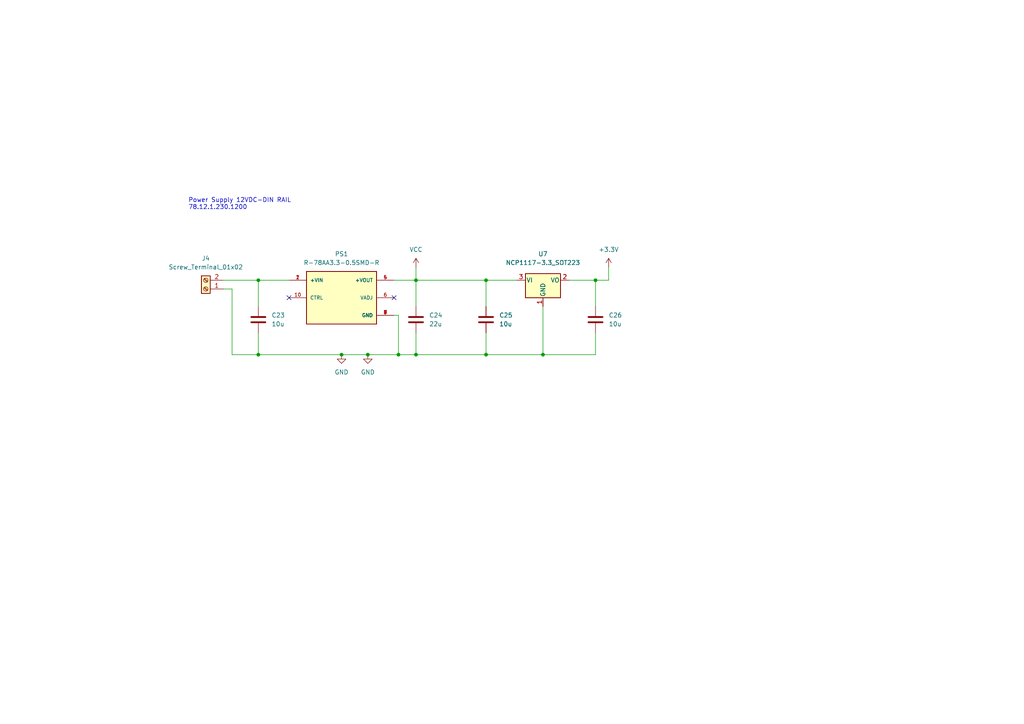
<source format=kicad_sch>
(kicad_sch (version 20211123) (generator eeschema)
  (paper "A4")
  (lib_symbols
    (symbol "Connector:Screw_Terminal_01x02" (pin_names (offset 1.016) hide)
      (property "Reference" "J" (at 0 2.54 0))
      (property "Value" "Screw_Terminal_01x02" (at 0 -5.08 0))
      (symbol "Screw_Terminal_01x02_1_1"
        (rectangle (start -1.27 1.27) (end 1.27 -3.81) (stroke (width 0.254)) (fill (type background)))
        (circle (center 0 -2.54) (radius 0.635) (stroke (width 0.1524)))
        (polyline (pts (xy -0.5334 -2.2098) (xy 0.3302 -3.048)) (stroke (width 0.1524)))
        (polyline (pts (xy -0.5334 0.3302) (xy 0.3302 -0.508)) (stroke (width 0.1524)))
        (polyline (pts (xy -0.3556 -2.032) (xy 0.508 -2.8702)) (stroke (width 0.1524)))
        (polyline (pts (xy -0.3556 0.508) (xy 0.508 -0.3302)) (stroke (width 0.1524)))
        (circle (center 0 0) (radius 0.635) (stroke (width 0.1524)))
        (pin passive line (at -5.08 0 0) (length 3.81) (name "Pin_1") (number "1"))
        (pin passive line (at -5.08 -2.54 0) (length 3.81) (name "Pin_2") (number "2"))
      )
    )
    (symbol "Device:C" (pin_numbers hide) (pin_names (offset 0.254))
      (property "Reference" "C" (at 0.635 2.54 0))
      (property "Value" "C" (at 0.635 -2.54 0))
      (symbol "C_0_1"
        (polyline (pts (xy -2.032 -0.762) (xy 2.032 -0.762)) (stroke (width 0.508)))
        (polyline (pts (xy -2.032 0.762) (xy 2.032 0.762)) (stroke (width 0.508)))
      )
      (symbol "C_1_1"
        (pin passive line (at 0 3.81 270) (length 2.794) (name "~") (number "1"))
        (pin passive line (at 0 -3.81 90) (length 2.794) (name "~") (number "2"))
      )
    )
    (symbol "Power:R-78AA3.3-1.0SMD" (pin_names (offset 1.016))
      (property "Reference" "PS" (at -10.16 8.89 0))
      (property "Value" "R-78AA3.3-1.0SMD" (at -10.16 -10.16 0))
      (symbol "R-78AA3.3-1.0SMD_0_0"
        (rectangle (start -10.16 -7.62) (end 10.16 7.62) (stroke (width 0.254)) (fill (type background)))
        (pin input line (at -15.24 5.08 0) (length 5.08) (name "+VIN") (number "1"))
        (pin input line (at -15.24 0 0) (length 5.08) (name "CTRL") (number "10"))
        (pin input line (at -15.24 5.08 0) (length 5.08) (name "+VIN") (number "2"))
        (pin power_in line (at 15.24 -5.08 180) (length 5.08) (name "GND") (number "3"))
        (pin output line (at 15.24 5.08 180) (length 5.08) (name "+VOUT") (number "4"))
        (pin output line (at 15.24 5.08 180) (length 5.08) (name "+VOUT") (number "5"))
        (pin passive line (at 15.24 0 180) (length 5.08) (name "VADJ") (number "6"))
        (pin power_in line (at 15.24 -5.08 180) (length 5.08) (name "GND") (number "7"))
        (pin power_in line (at 15.24 -5.08 180) (length 5.08) (name "GND") (number "8"))
        (pin power_in line (at 15.24 -5.08 180) (length 5.08) (name "GND") (number "9"))
      )
    )
    (symbol "Regulator_Linear:NCP1117-3.3_SOT223" (pin_names (offset 0.254))
      (property "Reference" "U" (at -3.81 3.175 0))
      (property "Value" "NCP1117-3.3_SOT223" (at 0 3.175 0))
      (symbol "NCP1117-3.3_SOT223_0_1"
        (rectangle (start -5.08 -5.08) (end 5.08 1.905) (stroke (width 0.254)) (fill (type background)))
      )
      (symbol "NCP1117-3.3_SOT223_1_1"
        (pin power_in line (at 0 -7.62 90) (length 2.54) (name "GND") (number "1"))
        (pin power_out line (at 7.62 0 180) (length 2.54) (name "VO") (number "2"))
        (pin power_in line (at -7.62 0 0) (length 2.54) (name "VI") (number "3"))
      )
    )
    (symbol "power:+3.3V" (power) (pin_names (offset 0))
      (property "Value" "+3.3V" (at 0 3.556 0))
      (symbol "+3.3V_0_1"
        (polyline (pts (xy -0.762 1.27) (xy 0 2.54)))
        (polyline (pts (xy 0 0) (xy 0 2.54)))
        (polyline (pts (xy 0 2.54) (xy 0.762 1.27)))
      )
      (symbol "+3.3V_1_1"
        (pin power_in line (at 0 0 90) (length 0) hide (name "+3.3V") (number "1"))
      )
    )
    (symbol "power:GND" (power) (pin_names (offset 0))
      (property "Value" "GND" (at 0 -3.81 0))
      (symbol "GND_0_1"
        (polyline (pts (xy 0 0) (xy 0 -1.27) (xy 1.27 -1.27) (xy 0 -2.54) (xy -1.27 -1.27) (xy 0 -1.27)))
      )
      (symbol "GND_1_1"
        (pin power_in line (at 0 0 270) (length 0) hide (name "GND") (number "1"))
      )
    )
    (symbol "power:VCC" (power) (pin_names (offset 0))
      (property "Value" "VCC" (at 0 3.81 0))
      (symbol "VCC_0_1"
        (polyline (pts (xy -0.762 1.27) (xy 0 2.54)))
        (polyline (pts (xy 0 0) (xy 0 2.54)))
        (polyline (pts (xy 0 2.54) (xy 0.762 1.27)))
      )
      (symbol "VCC_1_1"
        (pin power_in line (at 0 0 90) (length 0) hide (name "VCC") (number "1"))
      )
    )
  )
  (junction (at 157.48 102.87))
  (junction (at 74.93 81.28))
  (junction (at 120.65 81.28))
  (junction (at 74.93 102.87))
  (junction (at 140.97 102.87))
  (junction (at 106.68 102.87))
  (junction (at 172.72 81.28))
  (junction (at 115.57 102.87))
  (junction (at 99.06 102.87))
  (junction (at 140.97 81.28))
  (junction (at 120.65 102.87))
  (no_connect (at 114.3 86.36))
  (no_connect (at 83.82 86.36))
  (wire (pts (xy 67.31 102.87) (xy 74.93 102.87)))
  (wire (pts (xy 64.77 83.82) (xy 67.31 83.82)))
  (wire (pts (xy 74.93 102.87) (xy 99.06 102.87)))
  (wire (pts (xy 120.65 81.28) (xy 140.97 81.28)))
  (wire (pts (xy 74.93 96.52) (xy 74.93 102.87)))
  (wire (pts (xy 106.68 102.87) (xy 115.57 102.87)))
  (wire (pts (xy 176.53 81.28) (xy 176.53 77.47)))
  (wire (pts (xy 115.57 102.87) (xy 120.65 102.87)))
  (wire (pts (xy 172.72 102.87) (xy 157.48 102.87)))
  (wire (pts (xy 140.97 102.87) (xy 157.48 102.87)))
  (wire (pts (xy 140.97 96.52) (xy 140.97 102.87)))
  (wire (pts (xy 99.06 102.87) (xy 106.68 102.87)))
  (wire (pts (xy 120.65 96.52) (xy 120.65 102.87)))
  (wire (pts (xy 114.3 91.44) (xy 115.57 91.44)))
  (wire (pts (xy 74.93 88.9) (xy 74.93 81.28)))
  (wire (pts (xy 115.57 102.87) (xy 115.57 91.44)))
  (wire (pts (xy 140.97 81.28) (xy 140.97 88.9)))
  (wire (pts (xy 120.65 81.28) (xy 120.65 88.9)))
  (wire (pts (xy 157.48 102.87) (xy 157.48 88.9)))
  (wire (pts (xy 64.77 81.28) (xy 74.93 81.28)))
  (wire (pts (xy 165.1 81.28) (xy 172.72 81.28)))
  (wire (pts (xy 114.3 81.28) (xy 120.65 81.28)))
  (wire (pts (xy 74.93 81.28) (xy 83.82 81.28)))
  (wire (pts (xy 67.31 83.82) (xy 67.31 102.87)))
  (wire (pts (xy 140.97 81.28) (xy 149.86 81.28)))
  (wire (pts (xy 172.72 96.52) (xy 172.72 102.87)))
  (wire (pts (xy 172.72 81.28) (xy 172.72 88.9)))
  (wire (pts (xy 120.65 102.87) (xy 140.97 102.87)))
  (wire (pts (xy 172.72 81.28) (xy 176.53 81.28)))
  (wire (pts (xy 120.65 77.47) (xy 120.65 81.28)))
  (text "Power Supply 12VDC-DIN RAIL\n78.12.1.230.1200" (at 54.61 60.96 0) (effects (font (size 1.27 1.27)) (justify left bottom)))
  (symbol (lib_id "Device:C") (at 140.97 92.71 0) (unit 1)
    (property "Reference" "C25" (at 144.78 91.4399 0) (effects (justify left)))
    (property "Value" "10u" (at 144.78 93.9799 0) (effects (justify left)))
    (property "Footprint" "Capacitor_SMD:C_0805_2012Metric_Pad1.18x1.45mm_HandSolder" (effects hide))
  )
  (symbol (lib_id "Device:C") (at 74.93 92.71 0) (unit 1)
    (property "Reference" "C23" (at 78.74 91.4399 0) (effects (justify left)))
    (property "Value" "10u" (at 78.74 93.9799 0) (effects (justify left)))
    (property "Footprint" "Capacitor_SMD:C_0805_2012Metric_Pad1.18x1.45mm_HandSolder" (effects hide))
  )
  (symbol (lib_id "Device:C") (at 120.65 92.71 0) (unit 1)
    (property "Reference" "C24" (at 124.46 91.4399 0) (effects (justify left)))
    (property "Value" "22u" (at 124.46 93.9799 0) (effects (justify left)))
    (property "Footprint" "Capacitor_SMD:C_0805_2012Metric_Pad1.18x1.45mm_HandSolder" (effects hide))
  )
  (symbol (lib_id "power:VCC") (at 120.65 77.47 0) (unit 1)
    (property "Reference" "#PWR028" (effects hide))
    (property "Value" "VCC" (at 120.65 72.39 0))
  )
  (symbol (lib_id "Device:C") (at 172.72 92.71 0) (unit 1)
    (property "Reference" "C26" (at 176.53 91.4399 0) (effects (justify left)))
    (property "Value" "10u" (at 176.53 93.9799 0) (effects (justify left)))
    (property "Footprint" "Capacitor_SMD:C_0805_2012Metric_Pad1.18x1.45mm_HandSolder" (effects hide))
  )
  (symbol (lib_id "power:+3.3V") (at 176.53 77.47 0) (unit 1)
    (property "Reference" "#PWR029" (effects hide))
    (property "Value" "+3.3V" (at 176.53 72.39 0))
  )
  (symbol (lib_id "Power:R-78AA3.3-1.0SMD") (at 99.06 86.36 0) (unit 1)
    (property "Reference" "PS1" (at 99.06 73.66 0))
    (property "Value" "R-78AA3.3-0.5SMD-R" (at 99.06 76.2 0))
    (property "Footprint" "R-78AA3.3-1:CONV_R-78AA3.3-1.0SMD" (effects hide))
    (property "STANDARD" "Manufacturer Recommendations" (effects hide))
    (property "MAXIMUM_PACKAGE_HEIGHT" "9.24mm" (effects hide))
    (property "MANUFACTURER" "RECOM" (effects hide))
    (property "PARTREV" "5/2019" (effects hide))
  )
  (symbol (lib_id "power:GND") (at 106.68 102.87 0) (unit 1)
    (property "Reference" "#PWR027" (effects hide))
    (property "Value" "GND" (at 106.68 107.95 0))
  )
  (symbol (lib_id "Regulator_Linear:NCP1117-3.3_SOT223") (at 157.48 81.28 0) (unit 1)
    (property "Reference" "U7" (at 157.48 73.66 0))
    (property "Value" "NCP1117-3.3_SOT223" (at 157.48 76.2 0))
    (property "Footprint" "Package_TO_SOT_SMD:SOT-223-3_TabPin2" (effects hide))
    (property "Datasheet" "http://www.onsemi.com/pub_link/Collateral/NCP1117-D.PDF" (effects hide))
  )
  (symbol (lib_id "power:GND") (at 99.06 102.87 0) (unit 1)
    (property "Reference" "#PWR026" (effects hide))
    (property "Value" "GND" (at 99.06 107.95 0))
  )
  (symbol (lib_id "Connector:Screw_Terminal_01x02") (at 59.69 83.82 180) (unit 1)
    (property "Reference" "J4" (at 59.69 74.93 0))
    (property "Value" "Screw_Terminal_01x02" (at 59.69 77.47 0))
    (property "Footprint" "TerminalBlock:TerminalBlock_bornier-2_P5.08mm" (effects hide))
  )
)
</source>
